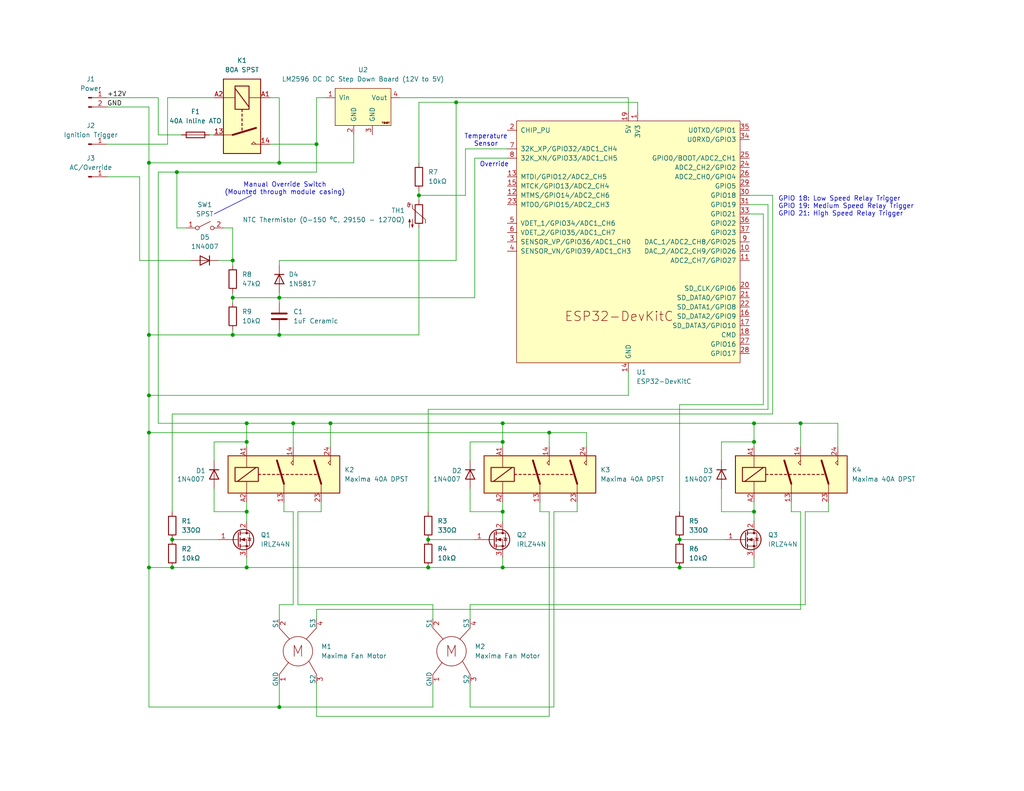
<source format=kicad_sch>
(kicad_sch (version 20231120) (generator "eeschema") (generator_version "8.0")
  (paper "USLetter")
  (title_block (title "Digital Fan Relay Controller for Staged Maxima Cooling Fans") (date "2025-06-18") (rev "1") (company "Copyright © 2025 Konstantin Zaremski - All Rights Reserved.") (comment 1 "Creative Commons Attribution 4.0 International License (CC BY 4.0).") (comment 2 "This schematic is licensed under the "))
  (lib_symbols
    (symbol "Connector:Conn_01x01_Pin" (pin_names (offset 1.016) hide)
      (property "Reference" "J" (at 0 2.54 0))
      (property "Value" "Conn_01x01_Pin" (at 0 -2.54 0))
      (symbol "Conn_01x01_Pin_1_1"
        (polyline (pts (xy 1.27 0) (xy 0.8636 0)) (stroke (width 0.1524)))
        (rectangle (start 0.8636 0.127) (end 0 -0.127) (stroke (width 0.1524)) (fill (type outline)))
        (pin passive line (at 5.08 0 180) (length 3.81) (name "Pin_1") (number "1"))
      )
    )
    (symbol "Connector:Conn_01x02_Pin" (pin_names (offset 1.016) hide)
      (property "Reference" "J" (at 0 2.54 0))
      (property "Value" "Conn_01x02_Pin" (at 0 -5.08 0))
      (symbol "Conn_01x02_Pin_1_1"
        (polyline (pts (xy 1.27 -2.54) (xy 0.8636 -2.54)) (stroke (width 0.1524)))
        (polyline (pts (xy 1.27 0) (xy 0.8636 0)) (stroke (width 0.1524)))
        (rectangle (start 0.8636 -2.413) (end 0 -2.667) (stroke (width 0.1524)) (fill (type outline)))
        (rectangle (start 0.8636 0.127) (end 0 -0.127) (stroke (width 0.1524)) (fill (type outline)))
        (pin passive line (at 5.08 0 180) (length 3.81) (name "Pin_1") (number "1"))
        (pin passive line (at 5.08 -2.54 180) (length 3.81) (name "Pin_2") (number "2"))
      )
    )
    (symbol "Device:C" (pin_numbers hide) (pin_names (offset 0.254))
      (property "Reference" "C" (at 0.635 2.54 0))
      (property "Value" "C" (at 0.635 -2.54 0))
      (symbol "C_0_1"
        (polyline (pts (xy -2.032 -0.762) (xy 2.032 -0.762)) (stroke (width 0.508)))
        (polyline (pts (xy -2.032 0.762) (xy 2.032 0.762)) (stroke (width 0.508)))
      )
      (symbol "C_1_1"
        (pin passive line (at 0 3.81 270) (length 2.794) (name "~") (number "1"))
        (pin passive line (at 0 -3.81 90) (length 2.794) (name "~") (number "2"))
      )
    )
    (symbol "Device:D" (pin_numbers hide) (pin_names (offset 1.016) hide)
      (property "Reference" "D" (at 0 2.54 0))
      (property "Value" "D" (at 0 -2.54 0))
      (symbol "D_0_1"
        (polyline (pts (xy -1.27 1.27) (xy -1.27 -1.27)) (stroke (width 0.254)))
        (polyline (pts (xy 1.27 0) (xy -1.27 0)))
        (polyline (pts (xy 1.27 1.27) (xy 1.27 -1.27) (xy -1.27 0) (xy 1.27 1.27)) (stroke (width 0.254)))
      )
      (symbol "D_1_1"
        (pin passive line (at -3.81 0 0) (length 2.54) (name "K") (number "1"))
        (pin passive line (at 3.81 0 180) (length 2.54) (name "A") (number "2"))
      )
    )
    (symbol "Device:Fuse" (pin_numbers hide) (pin_names (offset 0))
      (property "Reference" "F" (at 2.032 0 90))
      (property "Value" "Fuse" (at -1.905 0 90))
      (symbol "Fuse_0_1"
        (rectangle (start -0.762 -2.54) (end 0.762 2.54) (stroke (width 0.254)))
        (polyline (pts (xy 0 2.54) (xy 0 -2.54)))
      )
      (symbol "Fuse_1_1"
        (pin passive line (at 0 3.81 270) (length 1.27) (name "~") (number "1"))
        (pin passive line (at 0 -3.81 90) (length 1.27) (name "~") (number "2"))
      )
    )
    (symbol "Device:R" (pin_numbers hide) (pin_names (offset 0))
      (property "Reference" "R" (at 2.032 0 90))
      (property "Value" "R" (at 0 0 90))
      (symbol "R_0_1"
        (rectangle (start -1.016 -2.54) (end 1.016 2.54) (stroke (width 0.254)))
      )
      (symbol "R_1_1"
        (pin passive line (at 0 3.81 270) (length 1.27) (name "~") (number "1"))
        (pin passive line (at 0 -3.81 90) (length 1.27) (name "~") (number "2"))
      )
    )
    (symbol "Device:Thermistor_NTC" (pin_numbers hide) (pin_names (offset 0))
      (property "Reference" "TH" (at -4.445 0 90))
      (property "Value" "Thermistor_NTC" (at 3.175 0 90))
      (symbol "Thermistor_NTC_0_1"
        (arc (start -3.048 2.159) (mid -3.0495 2.3143) (end -3.175 2.413))
        (arc (start -3.048 2.159) (mid -2.9736 1.9794) (end -2.794 1.905))
        (arc (start -3.048 2.794) (mid -2.9736 2.6144) (end -2.794 2.54))
        (arc (start -2.794 1.905) (mid -2.6144 1.9794) (end -2.54 2.159))
        (arc (start -2.794 2.54) (mid -2.4393 2.5587) (end -2.159 2.794))
        (arc (start -2.794 3.048) (mid -2.9736 2.9736) (end -3.048 2.794))
        (arc (start -2.54 2.794) (mid -2.6144 2.9736) (end -2.794 3.048))
        (rectangle (start -1.016 2.54) (end 1.016 -2.54) (stroke (width 0.254)))
        (polyline (pts (xy -2.54 2.159) (xy -2.54 2.794)))
        (polyline (pts (xy -1.778 2.54) (xy -1.778 1.524) (xy 1.778 -1.524) (xy 1.778 -2.54)))
        (polyline (pts (xy -2.54 -3.683) (xy -2.54 -1.397) (xy -2.794 -2.159) (xy -2.286 -2.159) (xy -2.54 -1.397) (xy -2.54 -1.651)) (fill (type outline)))
        (polyline (pts (xy -1.778 -1.397) (xy -1.778 -3.683) (xy -2.032 -2.921) (xy -1.524 -2.921) (xy -1.778 -3.683) (xy -1.778 -3.429)) (fill (type outline)))
      )
      (symbol "Thermistor_NTC_1_1"
        (pin passive line (at 0 3.81 270) (length 1.27) (name "~") (number "1"))
        (pin passive line (at 0 -3.81 90) (length 1.27) (name "~") (number "2"))
      )
    )
    (symbol "Konstantin:YAAJ_DCDC_StepDown_LM2596" (pin_names (offset 1.016))
      (property "Reference" "U" (at -5.08 6.35 0))
      (property "Value" "YAAJ_DCDC_StepDown_LM2596" (at 0 11.43 0))
      (symbol "YAAJ_DCDC_StepDown_LM2596_0_1"
        (rectangle (start -7.62 5.08) (end 7.62 -5.08) (fill (type background)))
      )
      (symbol "YAAJ_DCDC_StepDown_LM2596_1_1"
        (text "Y@@V" (at 6.1976 -4.2672 0) (effects (font (size 0.508 0.508))))
        (pin power_in line (at -10.16 2.54 0) (length 2.54) (name "Vin") (number "1"))
        (pin power_in line (at -2.54 -7.62 90) (length 2.54) (name "GND") (number "2"))
        (pin power_in line (at 2.54 -7.62 90) (length 2.54) (name "GND") (number "3"))
        (pin power_out line (at 10.16 2.54 180) (length 2.54) (name "Vout") (number "4"))
      )
    )
    (symbol "Motor:Maxima_Fan_Motor" (pin_names (offset 0))
      (property "Reference" "M" (at 3.81 2.54 0))
      (property "Value" "Maxima_Fan_Motor" (at 3.81 -1.27 0))
      (symbol "Maxima_Fan_Motor_0_0"
        (circle (center 0 0) (radius 4.0161))
      )
      (symbol "Maxima_Fan_Motor_1_0"
        (polyline (pts (xy -5.08 -6.35) (xy -2.54 -3.048)))
        (polyline (pts (xy -5.08 6.35) (xy -2.286 3.302)))
        (polyline (pts (xy 5.08 -6.35) (xy 3.048 -2.794)))
        (polyline (pts (xy 5.08 6.35) (xy 2.286 3.302)))
        (text "M" (at 0 0 0) (effects (font (size 3 3))))
      )
      (symbol "Maxima_Fan_Motor_1_1"
        (pin output line (at -5.08 -8.89 90) (length 2.54) (name "GND") (number "1"))
        (pin input line (at -5.08 8.89 270) (length 2.54) (name "S1") (number "2"))
        (pin output line (at 5.08 -8.89 90) (length 2.54) (name "S2") (number "3"))
        (pin input line (at 5.08 8.89 270) (length 2.54) (name "S3") (number "4"))
      )
    )
    (symbol "PCM_Espressif:ESP32-DevKitC" (pin_names (offset 1.016))
      (property "Reference" "U" (at -30.48 38.1 0))
      (property "Value" "ESP32-DevKitC" (at -30.48 35.56 0))
      (symbol "ESP32-DevKitC_0_0"
        (text "ESP32-DevKitC" (at -2.54 -20.32 0) (effects (font (size 2.54 2.54))))
        (pin power_in line (at 0 -35.56 90) (length 2.54) (name "GND") (number "14"))
        (pin power_in line (at 0 35.56 270) (length 2.54) (name "5V") (number "19"))
      )
      (symbol "ESP32-DevKitC_0_1"
        (rectangle (start -30.48 33.02) (end 30.48 -33.02) (fill (type background)))
      )
      (symbol "ESP32-DevKitC_1_1"
        (pin power_in line (at 2.54 35.56 270) (length 2.54) (name "3V3") (number "1"))
        (pin bidirectional line (at 33.02 -2.54 180) (length 2.54) (name "DAC_2/ADC2_CH9/GPIO26") (number "10"))
        (pin bidirectional line (at 33.02 -5.08 180) (length 2.54) (name "ADC2_CH7/GPIO27") (number "11"))
        (pin bidirectional line (at -33.02 12.7 0) (length 2.54) (name "MTMS/GPIO14/ADC2_CH6") (number "12"))
        (pin bidirectional line (at -33.02 17.78 0) (length 2.54) (name "MTDI/GPIO12/ADC2_CH5") (number "13"))
        (pin bidirectional line (at -33.02 15.24 0) (length 2.54) (name "MTCK/GPIO13/ADC2_CH4") (number "15"))
        (pin bidirectional line (at 33.02 -20.32 180) (length 2.54) (name "SD_DATA2/GPIO9") (number "16"))
        (pin bidirectional line (at 33.02 -22.86 180) (length 2.54) (name "SD_DATA3/GPIO10") (number "17"))
        (pin bidirectional line (at 33.02 -25.4 180) (length 2.54) (name "CMD") (number "18"))
        (pin input line (at -33.02 30.48 0) (length 2.54) (name "CHIP_PU") (number "2"))
        (pin bidirectional line (at 33.02 -12.7 180) (length 2.54) (name "SD_CLK/GPIO6") (number "20"))
        (pin bidirectional line (at 33.02 -15.24 180) (length 2.54) (name "SD_DATA0/GPIO7") (number "21"))
        (pin bidirectional line (at 33.02 -17.78 180) (length 2.54) (name "SD_DATA1/GPIO8") (number "22"))
        (pin bidirectional line (at -33.02 10.16 0) (length 2.54) (name "MTDO/GPIO15/ADC2_CH3") (number "23"))
        (pin bidirectional line (at 33.02 20.32 180) (length 2.54) (name "ADC2_CH2/GPIO2") (number "24"))
        (pin bidirectional line (at 33.02 22.86 180) (length 2.54) (name "GPIO0/BOOT/ADC2_CH1") (number "25"))
        (pin bidirectional line (at 33.02 17.78 180) (length 2.54) (name "ADC2_CH0/GPIO4") (number "26"))
        (pin bidirectional line (at 33.02 -27.94 180) (length 2.54) (name "GPIO16") (number "27"))
        (pin bidirectional line (at 33.02 -30.48 180) (length 2.54) (name "GPIO17") (number "28"))
        (pin bidirectional line (at 33.02 15.24 180) (length 2.54) (name "GPIO5") (number "29"))
        (pin input line (at -33.02 0 0) (length 2.54) (name "SENSOR_VP/GPIO36/ADC1_CH0") (number "3"))
        (pin bidirectional line (at 33.02 12.7 180) (length 2.54) (name "GPIO18") (number "30"))
        (pin bidirectional line (at 33.02 10.16 180) (length 2.54) (name "GPIO19") (number "31"))
        (pin passive line (at 0 -35.56 90) (length 2.54) hide (name "GND") (number "32"))
        (pin bidirectional line (at 33.02 7.62 180) (length 2.54) (name "GPIO21") (number "33"))
        (pin bidirectional line (at 33.02 27.94 180) (length 2.54) (name "U0RXD/GPIO3") (number "34"))
        (pin bidirectional line (at 33.02 30.48 180) (length 2.54) (name "U0TXD/GPIO1") (number "35"))
        (pin bidirectional line (at 33.02 5.08 180) (length 2.54) (name "GPIO22") (number "36"))
        (pin bidirectional line (at 33.02 2.54 180) (length 2.54) (name "GPIO23") (number "37"))
        (pin passive line (at 0 -35.56 90) (length 2.54) hide (name "GND") (number "38"))
        (pin input line (at -33.02 -2.54 0) (length 2.54) (name "SENSOR_VN/GPIO39/ADC1_CH3") (number "4"))
        (pin input line (at -33.02 5.08 0) (length 2.54) (name "VDET_1/GPIO34/ADC1_CH6") (number "5"))
        (pin input line (at -33.02 2.54 0) (length 2.54) (name "VDET_2/GPIO35/ADC1_CH7") (number "6"))
        (pin bidirectional line (at -33.02 25.4 0) (length 2.54) (name "32K_XP/GPIO32/ADC1_CH4") (number "7"))
        (pin bidirectional line (at -33.02 22.86 0) (length 2.54) (name "32K_XN/GPIO33/ADC1_CH5") (number "8"))
        (pin bidirectional line (at 33.02 0 180) (length 2.54) (name "DAC_1/ADC2_CH8/GPIO25") (number "9"))
      )
    )
    (symbol "Relay:Relay_DPST-NO"
      (property "Reference" "K" (at 16.51 3.81 0))
      (property "Value" "Relay_DPST-NO" (at 16.51 1.27 0))
      (symbol "Relay_DPST-NO_0_1"
        (rectangle (start -15.24 5.08) (end 15.24 -5.08) (stroke (width 0.254)) (fill (type background)))
        (rectangle (start -13.335 1.905) (end -6.985 -1.905) (stroke (width 0.254)))
        (polyline (pts (xy -12.7 -1.905) (xy -7.62 1.905)) (stroke (width 0.254)))
        (polyline (pts (xy -10.16 -5.08) (xy -10.16 -1.905)))
        (polyline (pts (xy -10.16 5.08) (xy -10.16 1.905)))
        (polyline (pts (xy -6.985 0) (xy -6.35 0)) (stroke (width 0.254)))
        (polyline (pts (xy -5.715 0) (xy -5.08 0)) (stroke (width 0.254)))
        (polyline (pts (xy -4.445 0) (xy -3.81 0)) (stroke (width 0.254)))
        (polyline (pts (xy -3.175 0) (xy -2.54 0)) (stroke (width 0.254)))
        (polyline (pts (xy -1.905 0) (xy -1.27 0)) (stroke (width 0.254)))
        (polyline (pts (xy -0.635 0) (xy 0 0)) (stroke (width 0.254)))
        (polyline (pts (xy 0 -2.54) (xy -1.905 3.81)) (stroke (width 0.508)))
        (polyline (pts (xy 0 -2.54) (xy 0 -5.08)))
        (polyline (pts (xy 0.635 0) (xy 1.27 0)) (stroke (width 0.254)))
        (polyline (pts (xy 1.905 0) (xy 2.54 0)) (stroke (width 0.254)))
        (polyline (pts (xy 3.175 0) (xy 3.81 0)) (stroke (width 0.254)))
        (polyline (pts (xy 4.445 0) (xy 5.08 0)) (stroke (width 0.254)))
        (polyline (pts (xy 5.715 0) (xy 6.35 0)) (stroke (width 0.254)))
        (polyline (pts (xy 6.985 0) (xy 7.62 0)) (stroke (width 0.254)))
        (polyline (pts (xy 8.255 0) (xy 8.89 0)) (stroke (width 0.254)))
        (polyline (pts (xy 10.16 -2.54) (xy 8.255 3.81)) (stroke (width 0.508)))
        (polyline (pts (xy 10.16 -2.54) (xy 10.16 -5.08)))
        (polyline (pts (xy 2.54 5.08) (xy 2.54 2.54) (xy 1.905 3.175) (xy 2.54 3.81)))
        (polyline (pts (xy 12.7 5.08) (xy 12.7 2.54) (xy 12.065 3.175) (xy 12.7 3.81)))
      )
      (symbol "Relay_DPST-NO_1_1"
        (pin passive line (at 0 -7.62 90) (length 2.54) (name "~") (number "13"))
        (pin passive line (at 2.54 7.62 270) (length 2.54) (name "~") (number "14"))
        (pin passive line (at 10.16 -7.62 90) (length 2.54) (name "~") (number "23"))
        (pin passive line (at 12.7 7.62 270) (length 2.54) (name "~") (number "24"))
        (pin passive line (at -10.16 7.62 270) (length 2.54) (name "~") (number "A1"))
        (pin passive line (at -10.16 -7.62 90) (length 2.54) (name "~") (number "A2"))
      )
    )
    (symbol "Relay:Relay_SPST-NO"
      (property "Reference" "K" (at 11.43 3.81 0))
      (property "Value" "Relay_SPST-NO" (at 11.43 1.27 0))
      (symbol "Relay_SPST-NO_0_0"
        (polyline (pts (xy 7.62 5.08) (xy 7.62 2.54) (xy 6.985 3.175) (xy 7.62 3.81)))
      )
      (symbol "Relay_SPST-NO_0_1"
        (rectangle (start -10.16 5.08) (end 10.16 -5.08) (stroke (width 0.254)) (fill (type background)))
        (rectangle (start -8.255 1.905) (end -1.905 -1.905) (stroke (width 0.254)))
        (polyline (pts (xy -7.62 -1.905) (xy -2.54 1.905)) (stroke (width 0.254)))
        (polyline (pts (xy -5.08 -5.08) (xy -5.08 -1.905)))
        (polyline (pts (xy -5.08 5.08) (xy -5.08 1.905)))
        (polyline (pts (xy -1.905 0) (xy -1.27 0)) (stroke (width 0.254)))
        (polyline (pts (xy -0.635 0) (xy 0 0)) (stroke (width 0.254)))
        (polyline (pts (xy 0.635 0) (xy 1.27 0)) (stroke (width 0.254)))
        (polyline (pts (xy 1.905 0) (xy 2.54 0)) (stroke (width 0.254)))
        (polyline (pts (xy 3.175 0) (xy 3.81 0)) (stroke (width 0.254)))
        (polyline (pts (xy 5.08 -2.54) (xy 3.175 3.81)) (stroke (width 0.508)))
        (polyline (pts (xy 5.08 -2.54) (xy 5.08 -5.08)))
      )
      (symbol "Relay_SPST-NO_1_1"
        (pin passive line (at 5.08 -7.62 90) (length 2.54) (name "~") (number "13"))
        (pin passive line (at 7.62 7.62 270) (length 2.54) (name "~") (number "14"))
        (pin passive line (at -5.08 7.62 270) (length 2.54) (name "~") (number "A1"))
        (pin passive line (at -5.08 -7.62 90) (length 2.54) (name "~") (number "A2"))
      )
    )
    (symbol "Switch:SW_SPST" (pin_names (offset 0) hide)
      (property "Reference" "SW" (at 0 3.175 0))
      (property "Value" "SW_SPST" (at 0 -2.54 0))
      (symbol "SW_SPST_0_0"
        (circle (center -2.032 0) (radius 0.508))
        (polyline (pts (xy -1.524 0.254) (xy 1.524 1.778)))
        (circle (center 2.032 0) (radius 0.508))
      )
      (symbol "SW_SPST_1_1"
        (pin passive line (at -5.08 0 0) (length 2.54) (name "A") (number "1"))
        (pin passive line (at 5.08 0 180) (length 2.54) (name "B") (number "2"))
      )
    )
    (symbol "Transistor_FET:IRLZ44N" (pin_names hide)
      (property "Reference" "Q" (at 5.08 1.905 0))
      (property "Value" "IRLZ44N" (at 5.08 0 0))
      (symbol "IRLZ44N_0_1"
        (polyline (pts (xy 0.254 0) (xy -2.54 0)))
        (polyline (pts (xy 0.254 1.905) (xy 0.254 -1.905)) (stroke (width 0.254)))
        (polyline (pts (xy 0.762 -1.27) (xy 0.762 -2.286)) (stroke (width 0.254)))
        (polyline (pts (xy 0.762 0.508) (xy 0.762 -0.508)) (stroke (width 0.254)))
        (polyline (pts (xy 0.762 2.286) (xy 0.762 1.27)) (stroke (width 0.254)))
        (polyline (pts (xy 2.54 2.54) (xy 2.54 1.778)))
        (polyline (pts (xy 2.54 -2.54) (xy 2.54 0) (xy 0.762 0)))
        (polyline (pts (xy 0.762 -1.778) (xy 3.302 -1.778) (xy 3.302 1.778) (xy 0.762 1.778)))
        (polyline (pts (xy 1.016 0) (xy 2.032 0.381) (xy 2.032 -0.381) (xy 1.016 0)) (fill (type outline)))
        (polyline (pts (xy 2.794 0.508) (xy 2.921 0.381) (xy 3.683 0.381) (xy 3.81 0.254)))
        (polyline (pts (xy 3.302 0.381) (xy 2.921 -0.254) (xy 3.683 -0.254) (xy 3.302 0.381)))
        (circle (center 1.651 0) (radius 2.794) (stroke (width 0.254)))
        (circle (center 2.54 -1.778) (radius 0.254) (fill (type outline)))
        (circle (center 2.54 1.778) (radius 0.254) (fill (type outline)))
      )
      (symbol "IRLZ44N_1_1"
        (pin input line (at -5.08 0 0) (length 2.54) (name "G") (number "1"))
        (pin passive line (at 2.54 5.08 270) (length 2.54) (name "D") (number "2"))
        (pin passive line (at 2.54 -5.08 90) (length 2.54) (name "S") (number "3"))
      )
    )
  )
  (junction (at 116.84 147.32))
  (junction (at 40.64 118.11))
  (junction (at 67.31 115.57))
  (junction (at 149.86 118.11))
  (junction (at 218.44 115.57))
  (junction (at 114.3 53.34))
  (junction (at 40.64 44.45))
  (junction (at 116.84 154.94))
  (junction (at 67.31 120.65))
  (junction (at 63.5 81.28))
  (junction (at 205.74 139.7))
  (junction (at 46.99 147.32))
  (junction (at 67.31 154.94))
  (junction (at 76.2 91.44))
  (junction (at 137.16 154.94))
  (junction (at 86.36 39.37))
  (junction (at 63.5 91.44))
  (junction (at 185.42 154.94))
  (junction (at 80.01 115.57))
  (junction (at 205.74 120.65))
  (junction (at 185.42 147.32))
  (junction (at 63.5 71.12))
  (junction (at 46.99 154.94))
  (junction (at 137.16 139.7))
  (junction (at 76.2 44.45))
  (junction (at 90.17 115.57))
  (junction (at 205.74 115.57))
  (junction (at 67.31 139.7))
  (junction (at 76.2 193.04))
  (junction (at 124.46 27.94))
  (junction (at 137.16 115.57))
  (junction (at 40.64 91.44))
  (junction (at 48.26 46.99))
  (junction (at 76.2 81.28))
  (junction (at 40.64 154.94))
  (junction (at 40.64 107.95))
  (junction (at 137.16 120.65))
  (wire (pts (xy 173.99 30.48) (xy 173.99 27.94)))
  (wire (pts (xy 87.63 137.16) (xy 87.63 139.7)))
  (wire (pts (xy 205.74 115.57) (xy 218.44 115.57)))
  (wire (pts (xy 29.21 39.37) (xy 45.72 39.37)))
  (wire (pts (xy 88.9 26.67) (xy 86.36 26.67)))
  (wire (pts (xy 76.2 90.17) (xy 76.2 91.44)))
  (wire (pts (xy 210.82 53.34) (xy 210.82 113.03)))
  (wire (pts (xy 128.27 193.04) (xy 151.13 193.04)))
  (wire (pts (xy 128.27 139.7) (xy 137.16 139.7)))
  (wire (pts (xy 114.3 91.44) (xy 76.2 91.44)))
  (wire (pts (xy 63.5 91.44) (xy 40.64 91.44)))
  (wire (pts (xy 80.01 115.57) (xy 80.01 121.92)))
  (wire (pts (xy 218.44 115.57) (xy 218.44 121.92)))
  (wire (pts (xy 86.36 195.58) (xy 86.36 186.69)))
  (wire (pts (xy 215.9 139.7) (xy 218.44 139.7)))
  (wire (pts (xy 58.42 120.65) (xy 58.42 125.73)))
  (wire (pts (xy 86.36 168.91) (xy 86.36 166.37)))
  (wire (pts (xy 116.84 111.76) (xy 209.55 111.76)))
  (wire (pts (xy 185.42 110.49) (xy 208.28 110.49)))
  (wire (pts (xy 116.84 154.94) (xy 137.16 154.94)))
  (wire (pts (xy 151.13 193.04) (xy 151.13 139.7)))
  (wire (pts (xy 63.5 81.28) (xy 63.5 82.55)))
  (wire (pts (xy 171.45 30.48) (xy 171.45 26.67)))
  (wire (pts (xy 63.5 81.28) (xy 76.2 81.28)))
  (wire (pts (xy 147.32 139.7) (xy 149.86 139.7)))
  (wire (pts (xy 226.06 137.16) (xy 226.06 139.7)))
  (wire (pts (xy 218.44 139.7) (xy 218.44 166.37)))
  (wire (pts (xy 43.18 115.57) (xy 67.31 115.57)))
  (wire (pts (xy 29.21 48.26) (xy 38.1 48.26)))
  (wire (pts (xy 228.6 115.57) (xy 228.6 121.92)))
  (wire (pts (xy 73.66 26.67) (xy 76.2 26.67)))
  (wire (pts (xy 46.99 113.03) (xy 210.82 113.03)))
  (wire (pts (xy 208.28 58.42) (xy 208.28 110.49)))
  (wire (pts (xy 149.86 118.11) (xy 149.86 121.92)))
  (wire (pts (xy 63.5 62.23) (xy 63.5 71.12)))
  (wire (pts (xy 185.42 110.49) (xy 185.42 139.7)))
  (wire (pts (xy 81.28 139.7) (xy 81.28 165.1)))
  (wire (pts (xy 157.48 139.7) (xy 151.13 139.7)))
  (wire (pts (xy 205.74 120.65) (xy 205.74 121.92)))
  (wire (pts (xy 58.42 139.7) (xy 67.31 139.7)))
  (wire (pts (xy 67.31 115.57) (xy 80.01 115.57)))
  (wire (pts (xy 114.3 27.94) (xy 114.3 44.45)))
  (wire (pts (xy 63.5 80.01) (xy 63.5 81.28)))
  (wire (pts (xy 204.47 55.88) (xy 209.55 55.88)))
  (wire (pts (xy 128.27 120.65) (xy 128.27 125.73)))
  (wire (pts (xy 29.21 26.67) (xy 43.18 26.67)))
  (wire (pts (xy 137.16 115.57) (xy 205.74 115.57)))
  (wire (pts (xy 137.16 120.65) (xy 137.16 121.92)))
  (wire (pts (xy 128.27 165.1) (xy 128.27 168.91)))
  (wire (pts (xy 67.31 139.7) (xy 67.31 142.24)))
  (wire (pts (xy 218.44 115.57) (xy 228.6 115.57)))
  (wire (pts (xy 149.86 139.7) (xy 149.86 195.58)))
  (wire (pts (xy 60.96 62.23) (xy 63.5 62.23)))
  (wire (pts (xy 81.28 165.1) (xy 118.11 165.1)))
  (wire (pts (xy 205.74 139.7) (xy 205.74 137.16)))
  (wire (pts (xy 137.16 139.7) (xy 137.16 142.24)))
  (wire (pts (xy 171.45 101.6) (xy 171.45 107.95)))
  (wire (pts (xy 90.17 115.57) (xy 137.16 115.57)))
  (wire (pts (xy 40.64 193.04) (xy 76.2 193.04)))
  (wire (pts (xy 77.47 137.16) (xy 77.47 139.7)))
  (wire (pts (xy 128.27 133.35) (xy 128.27 139.7)))
  (wire (pts (xy 40.64 29.21) (xy 40.64 44.45)))
  (wire (pts (xy 185.42 154.94) (xy 205.74 154.94)))
  (wire (pts (xy 38.1 48.26) (xy 38.1 71.12)))
  (wire (pts (xy 196.85 120.65) (xy 205.74 120.65)))
  (wire (pts (xy 127 40.64) (xy 127 53.34)))
  (wire (pts (xy 76.2 72.39) (xy 76.2 71.12)))
  (wire (pts (xy 29.21 29.21) (xy 40.64 29.21)))
  (wire (pts (xy 138.43 40.64) (xy 127 40.64)))
  (wire (pts (xy 45.72 26.67) (xy 58.42 26.67)))
  (wire (pts (xy 63.5 90.17) (xy 63.5 91.44)))
  (wire (pts (xy 219.71 165.1) (xy 128.27 165.1)))
  (wire (pts (xy 128.27 186.69) (xy 128.27 193.04)))
  (wire (pts (xy 86.36 166.37) (xy 218.44 166.37)))
  (wire (pts (xy 76.2 165.1) (xy 76.2 168.91)))
  (wire (pts (xy 124.46 27.94) (xy 124.46 71.12)))
  (wire (pts (xy 80.01 165.1) (xy 76.2 165.1)))
  (wire (pts (xy 48.26 46.99) (xy 43.18 46.99)))
  (wire (pts (xy 76.2 80.01) (xy 76.2 81.28)))
  (wire (pts (xy 205.74 152.4) (xy 205.74 154.94)))
  (wire (pts (xy 76.2 193.04) (xy 76.2 186.69)))
  (wire (pts (xy 149.86 118.11) (xy 160.02 118.11)))
  (wire (pts (xy 40.64 91.44) (xy 40.64 107.95)))
  (wire (pts (xy 196.85 133.35) (xy 196.85 139.7)))
  (wire (pts (xy 149.86 195.58) (xy 86.36 195.58)))
  (wire (pts (xy 96.52 36.83) (xy 96.52 44.45)))
  (wire (pts (xy 63.5 71.12) (xy 63.5 72.39)))
  (wire (pts (xy 127 53.34) (xy 114.3 53.34)))
  (wire (pts (xy 90.17 115.57) (xy 90.17 121.92)))
  (wire (pts (xy 86.36 39.37) (xy 86.36 46.99)))
  (polyline (pts (xy 58.42 58.42) (xy 68.58 53.34)) (stroke (width 0) (type solid)))
  (wire (pts (xy 76.2 81.28) (xy 129.54 81.28)))
  (wire (pts (xy 67.31 154.94) (xy 116.84 154.94)))
  (wire (pts (xy 124.46 27.94) (xy 114.3 27.94)))
  (wire (pts (xy 40.64 154.94) (xy 40.64 193.04)))
  (wire (pts (xy 40.64 118.11) (xy 149.86 118.11)))
  (wire (pts (xy 76.2 193.04) (xy 118.11 193.04)))
  (wire (pts (xy 128.27 120.65) (xy 137.16 120.65)))
  (wire (pts (xy 205.74 139.7) (xy 205.74 142.24)))
  (wire (pts (xy 76.2 81.28) (xy 76.2 82.55)))
  (wire (pts (xy 157.48 137.16) (xy 157.48 139.7)))
  (wire (pts (xy 114.3 62.23) (xy 114.3 91.44)))
  (wire (pts (xy 129.54 81.28) (xy 129.54 43.18)))
  (wire (pts (xy 209.55 55.88) (xy 209.55 111.76)))
  (wire (pts (xy 215.9 137.16) (xy 215.9 139.7)))
  (wire (pts (xy 48.26 46.99) (xy 48.26 62.23)))
  (wire (pts (xy 76.2 44.45) (xy 96.52 44.45)))
  (wire (pts (xy 147.32 137.16) (xy 147.32 139.7)))
  (wire (pts (xy 43.18 36.83) (xy 49.53 36.83)))
  (wire (pts (xy 87.63 139.7) (xy 81.28 139.7)))
  (wire (pts (xy 137.16 115.57) (xy 137.16 120.65)))
  (wire (pts (xy 43.18 46.99) (xy 43.18 115.57)))
  (wire (pts (xy 86.36 26.67) (xy 86.36 39.37)))
  (wire (pts (xy 118.11 186.69) (xy 118.11 193.04)))
  (wire (pts (xy 204.47 53.34) (xy 210.82 53.34)))
  (wire (pts (xy 40.64 154.94) (xy 46.99 154.94)))
  (wire (pts (xy 205.74 115.57) (xy 205.74 120.65)))
  (wire (pts (xy 114.3 53.34) (xy 114.3 54.61)))
  (wire (pts (xy 40.64 107.95) (xy 40.64 118.11)))
  (wire (pts (xy 58.42 133.35) (xy 58.42 139.7)))
  (wire (pts (xy 45.72 39.37) (xy 45.72 26.67)))
  (wire (pts (xy 76.2 91.44) (xy 63.5 91.44)))
  (wire (pts (xy 67.31 115.57) (xy 67.31 120.65)))
  (wire (pts (xy 57.15 36.83) (xy 58.42 36.83)))
  (wire (pts (xy 185.42 147.32) (xy 198.12 147.32)))
  (wire (pts (xy 77.47 139.7) (xy 80.01 139.7)))
  (wire (pts (xy 160.02 118.11) (xy 160.02 121.92)))
  (wire (pts (xy 226.06 139.7) (xy 219.71 139.7)))
  (wire (pts (xy 171.45 26.67) (xy 109.22 26.67)))
  (wire (pts (xy 76.2 71.12) (xy 124.46 71.12)))
  (wire (pts (xy 173.99 27.94) (xy 124.46 27.94)))
  (wire (pts (xy 118.11 165.1) (xy 118.11 168.91)))
  (wire (pts (xy 219.71 139.7) (xy 219.71 165.1)))
  (wire (pts (xy 46.99 113.03) (xy 46.99 139.7)))
  (wire (pts (xy 137.16 139.7) (xy 137.16 137.16)))
  (wire (pts (xy 43.18 26.67) (xy 43.18 36.83)))
  (wire (pts (xy 46.99 154.94) (xy 67.31 154.94)))
  (wire (pts (xy 129.54 43.18) (xy 138.43 43.18)))
  (wire (pts (xy 40.64 44.45) (xy 76.2 44.45)))
  (wire (pts (xy 116.84 147.32) (xy 129.54 147.32)))
  (wire (pts (xy 58.42 120.65) (xy 67.31 120.65)))
  (wire (pts (xy 80.01 115.57) (xy 90.17 115.57)))
  (wire (pts (xy 116.84 111.76) (xy 116.84 139.7)))
  (wire (pts (xy 80.01 139.7) (xy 80.01 165.1)))
  (wire (pts (xy 50.8 62.23) (xy 48.26 62.23)))
  (wire (pts (xy 67.31 120.65) (xy 67.31 121.92)))
  (wire (pts (xy 46.99 147.32) (xy 59.69 147.32)))
  (wire (pts (xy 196.85 120.65) (xy 196.85 125.73)))
  (wire (pts (xy 114.3 53.34) (xy 114.3 52.07)))
  (wire (pts (xy 196.85 139.7) (xy 205.74 139.7)))
  (wire (pts (xy 137.16 154.94) (xy 185.42 154.94)))
  (wire (pts (xy 40.64 107.95) (xy 171.45 107.95)))
  (wire (pts (xy 59.69 71.12) (xy 63.5 71.12)))
  (wire (pts (xy 40.64 118.11) (xy 40.64 154.94)))
  (wire (pts (xy 137.16 152.4) (xy 137.16 154.94)))
  (wire (pts (xy 86.36 46.99) (xy 48.26 46.99)))
  (wire (pts (xy 204.47 58.42) (xy 208.28 58.42)))
  (wire (pts (xy 67.31 139.7) (xy 67.31 137.16)))
  (wire (pts (xy 38.1 71.12) (xy 52.07 71.12)))
  (wire (pts (xy 67.31 152.4) (xy 67.31 154.94)))
  (wire (pts (xy 40.64 44.45) (xy 40.64 91.44)))
  (wire (pts (xy 73.66 39.37) (xy 86.36 39.37)))
  (wire (pts (xy 76.2 26.67) (xy 76.2 44.45)))
  (text "GPIO 18: Low Speed Relay Trigger\nGPIO 19: Medium Speed Relay Trigger\nGPIO 21: High Speed Relay Trigger" (at 212.344 56.388 0) (effects (font (size 1.27 1.27)) (justify left)))
  (text "Manual Override Switch\n(Mounted through module casing)" (at 77.724 51.562 0) (effects (font (size 1.27 1.27))))
  (text "Temperature\nSensor" (at 132.588 38.354 0) (effects (font (size 1.27 1.27))))
  (text "Override" (at 134.874 44.958 0) (effects (font (size 1.27 1.27))))
  (label "+12V" (at 29.21 26.67 0))
  (label "GND" (at 29.21 29.21 0))
  (symbol (lib_id "Device:R") (at 185.42 151.13 0) (unit 1)
    (property "Reference" "R6" (at 187.96 149.8599 0) (effects (justify left)))
    (property "Value" "10kΩ" (at 187.96 152.3999 0) (effects (justify left)))
    (property "Description" "Resistor" (effects (hide yes)))
  )
  (symbol (lib_id "Device:Fuse") (at 53.34 36.83 90) (unit 1)
    (property "Reference" "F1" (at 53.34 30.48 90))
    (property "Value" "40A Inline ATO" (at 53.34 33.02 90))
    (property "Description" "Fuse" (effects (hide yes)))
  )
  (symbol (lib_id "Device:R") (at 114.3 48.26 0) (unit 1)
    (property "Reference" "R7" (at 116.84 46.9899 0) (effects (justify left)))
    (property "Value" "10kΩ" (at 116.84 49.5299 0) (effects (justify left)))
    (property "Description" "Resistor" (effects (hide yes)))
  )
  (symbol (lib_id "Device:Thermistor_NTC") (at 114.3 58.42 0) (unit 1)
    (property "Reference" "TH1" (at 110.49 57.4674 0) (effects (justify right)))
    (property "Value" "NTC Thermistor (0-150 ºC, 29150 - 1270Ω)" (at 110.49 60.0074 0) (effects (justify right)))
    (property "Description" "Temperature dependent resistor, negative temperature coefficient" (effects (hide yes)))
  )
  (symbol (lib_id "Device:D") (at 76.2 76.2 270) (unit 1)
    (property "Reference" "D4" (at 78.74 74.9299 90) (effects (justify left)))
    (property "Value" "1N5817" (at 78.74 77.4699 90) (effects (justify left)))
    (property "Description" "Diode" (effects (hide yes)))
    (property "Sim.Device" "D" (effects (hide yes)))
    (property "Sim.Pins" "1=K 2=A" (effects (hide yes)))
  )
  (symbol (lib_id "Device:R") (at 63.5 76.2 0) (unit 1)
    (property "Reference" "R8" (at 66.04 74.9299 0) (effects (justify left)))
    (property "Value" "47kΩ" (at 66.04 77.4699 0) (effects (justify left)))
    (property "Description" "Resistor" (effects (hide yes)))
  )
  (symbol (lib_id "Transistor_FET:IRLZ44N") (at 134.62 147.32 0) (unit 1)
    (property "Reference" "Q2" (at 140.97 146.0499 0) (effects (justify left)))
    (property "Value" "IRLZ44N" (at 140.97 148.5899 0) (effects (justify left)))
    (property "Footprint" "Package_TO_SOT_THT:TO-220-3_Vertical" (effects (hide yes)))
    (property "Datasheet" "http://www.irf.com/product-info/datasheets/data/irlz44n.pdf" (effects (hide yes)))
    (property "Description" "47A Id, 55V Vds, 22mOhm Rds Single N-Channel HEXFET Power MOSFET, TO-220AB" (effects (hide yes)))
  )
  (symbol (lib_id "Device:C") (at 76.2 86.36 0) (unit 1)
    (property "Reference" "C1" (at 80.01 85.0899 0) (effects (justify left)))
    (property "Value" "1uF Ceramic" (at 80.01 87.6299 0) (effects (justify left)))
    (property "Description" "Unpolarized capacitor" (effects (hide yes)))
  )
  (symbol (lib_id "Device:R") (at 116.84 151.13 0) (unit 1)
    (property "Reference" "R4" (at 119.38 149.8599 0) (effects (justify left)))
    (property "Value" "10kΩ" (at 119.38 152.3999 0) (effects (justify left)))
    (property "Description" "Resistor" (effects (hide yes)))
  )
  (symbol (lib_id "PCM_Espressif:ESP32-DevKitC") (at 171.45 66.04 0) (unit 1)
    (property "Reference" "U1" (at 173.6441 101.6 0) (effects (justify left)))
    (property "Value" "ESP32-DevKitC" (at 173.6441 104.14 0) (effects (justify left)))
    (property "Footprint" "RF_Module:ESP32-WROOM-32D" (effects (hide yes)))
    (property "Datasheet" "https://docs.espressif.com/projects/esp-idf/zh_CN/latest/esp32/hw-reference/esp32/get-started-devkitc.html" (effects (hide yes)))
    (property "Description" "Development Kit" (effects (hide yes)))
  )
  (symbol (lib_id "Motor:Maxima_Fan_Motor") (at 81.28 177.8 0) (unit 1)
    (property "Reference" "M1" (at 87.63 176.5299 0) (effects (justify left)))
    (property "Value" "Maxima Fan Motor" (at 87.63 179.0699 0) (effects (justify left)))
  )
  (symbol (lib_id "Connector:Conn_01x02_Pin") (at 24.13 26.67 0) (unit 1)
    (property "Reference" "J1" (at 24.765 21.59 0))
    (property "Value" "Power" (at 24.765 24.13 0))
    (property "Description" "Generic connector, single row, 01x02, script generated" (effects (hide yes)))
  )
  (symbol (lib_id "Device:R") (at 63.5 86.36 0) (unit 1)
    (property "Reference" "R9" (at 66.04 85.0899 0) (effects (justify left)))
    (property "Value" "10kΩ" (at 66.04 87.6299 0) (effects (justify left)))
    (property "Description" "Resistor" (effects (hide yes)))
  )
  (symbol (lib_id "Relay:Relay_DPST-NO") (at 147.32 129.54 0) (unit 1)
    (property "Reference" "K3" (at 163.83 128.2699 0) (effects (justify left)))
    (property "Value" "Maxima 40A DPST" (at 163.83 130.8099 0) (effects (justify left)))
    (property "Description" "Relay DPST, monostable, normally open, EN50005" (effects (hide yes)))
  )
  (symbol (lib_id "Device:D") (at 128.27 129.54 270) (unit 1)
    (property "Reference" "D2" (at 125.984 128.524 90) (effects (justify right)))
    (property "Value" "1N4007" (at 125.73 130.81 90) (effects (justify right)))
    (property "Description" "Diode" (effects (hide yes)))
    (property "Sim.Device" "D" (effects (hide yes)))
    (property "Sim.Pins" "1=K 2=A" (effects (hide yes)))
  )
  (symbol (lib_id "Transistor_FET:IRLZ44N") (at 203.2 147.32 0) (unit 1)
    (property "Reference" "Q3" (at 209.55 146.0499 0) (effects (justify left)))
    (property "Value" "IRLZ44N" (at 209.55 148.5899 0) (effects (justify left)))
    (property "Footprint" "Package_TO_SOT_THT:TO-220-3_Vertical" (effects (hide yes)))
    (property "Datasheet" "http://www.irf.com/product-info/datasheets/data/irlz44n.pdf" (effects (hide yes)))
    (property "Description" "47A Id, 55V Vds, 22mOhm Rds Single N-Channel HEXFET Power MOSFET, TO-220AB" (effects (hide yes)))
  )
  (symbol (lib_id "Switch:SW_SPST") (at 55.88 62.23 0) (unit 1)
    (property "Reference" "SW1" (at 55.88 55.88 0))
    (property "Value" "SPST" (at 55.88 58.42 0))
    (property "Description" "Single Pole Single Throw (SPST) switch" (effects (hide yes)))
  )
  (symbol (lib_id "Device:D") (at 55.88 71.12 180) (unit 1)
    (property "Reference" "D5" (at 55.88 64.77 0))
    (property "Value" "1N4007" (at 55.88 67.31 0))
    (property "Description" "Diode" (effects (hide yes)))
    (property "Sim.Device" "D" (effects (hide yes)))
    (property "Sim.Pins" "1=K 2=A" (effects (hide yes)))
  )
  (symbol (lib_id "Relay:Relay_DPST-NO") (at 77.47 129.54 0) (unit 1)
    (property "Reference" "K2" (at 93.98 128.2699 0) (effects (justify left)))
    (property "Value" "Maxima 40A DPST" (at 93.98 130.8099 0) (effects (justify left)))
    (property "Description" "Relay DPST, monostable, normally open, EN50005" (effects (hide yes)))
  )
  (symbol (lib_id "Motor:Maxima_Fan_Motor") (at 123.19 177.8 0) (unit 1)
    (property "Reference" "M2" (at 129.54 176.5299 0) (effects (justify left)))
    (property "Value" "Maxima Fan Motor" (at 129.54 179.0699 0) (effects (justify left)))
  )
  (symbol (lib_id "Transistor_FET:IRLZ44N") (at 64.77 147.32 0) (unit 1)
    (property "Reference" "Q1" (at 71.12 146.0499 0) (effects (justify left)))
    (property "Value" "IRLZ44N" (at 71.12 148.5899 0) (effects (justify left)))
    (property "Footprint" "Package_TO_SOT_THT:TO-220-3_Vertical" (effects (hide yes)))
    (property "Datasheet" "http://www.irf.com/product-info/datasheets/data/irlz44n.pdf" (effects (hide yes)))
    (property "Description" "47A Id, 55V Vds, 22mOhm Rds Single N-Channel HEXFET Power MOSFET, TO-220AB" (effects (hide yes)))
  )
  (symbol (lib_id "Konstantin:YAAJ_DCDC_StepDown_LM2596") (at 99.06 29.21 0) (unit 1)
    (property "Reference" "U2" (at 99.06 19.05 0))
    (property "Value" "LM2596 DC DC Step Down Board (12V to 5V)" (at 99.06 21.59 0))
    (property "Description" "module : adjustable step down module 3.2V-40V to 1.25V-35V 3A" (effects (hide yes)))
  )
  (symbol (lib_id "Device:R") (at 46.99 151.13 0) (unit 1)
    (property "Reference" "R2" (at 49.53 149.8599 0) (effects (justify left)))
    (property "Value" "10kΩ" (at 49.53 152.3999 0) (effects (justify left)))
    (property "Description" "Resistor" (effects (hide yes)))
  )
  (symbol (lib_id "Device:R") (at 46.99 143.51 0) (unit 1)
    (property "Reference" "R1" (at 49.53 142.2399 0) (effects (justify left)))
    (property "Value" "330Ω" (at 49.53 144.7799 0) (effects (justify left)))
    (property "Description" "Resistor" (effects (hide yes)))
  )
  (symbol (lib_id "Relay:Relay_SPST-NO") (at 66.04 31.75 270) (unit 1)
    (property "Reference" "K1" (at 66.04 16.51 90))
    (property "Value" "80A SPST" (at 66.04 19.05 90))
    (property "Description" "Relay SPST, normally open, EN50005" (effects (hide yes)))
  )
  (symbol (lib_id "Relay:Relay_DPST-NO") (at 215.9 129.54 0) (unit 1)
    (property "Reference" "K4" (at 232.41 128.2699 0) (effects (justify left)))
    (property "Value" "Maxima 40A DPST" (at 232.41 130.8099 0) (effects (justify left)))
    (property "Description" "Relay DPST, monostable, normally open, EN50005" (effects (hide yes)))
  )
  (symbol (lib_id "Device:R") (at 185.42 143.51 0) (unit 1)
    (property "Reference" "R5" (at 187.96 142.2399 0) (effects (justify left)))
    (property "Value" "330Ω" (at 187.96 144.7799 0) (effects (justify left)))
    (property "Description" "Resistor" (effects (hide yes)))
  )
  (symbol (lib_id "Connector:Conn_01x01_Pin") (at 24.13 39.37 0) (unit 1)
    (property "Reference" "J2" (at 24.765 34.29 0))
    (property "Value" "Ignition Trigger" (at 24.765 36.83 0))
    (property "Description" "Generic connector, single row, 01x01, script generated" (effects (hide yes)))
  )
  (symbol (lib_id "Device:D") (at 58.42 129.54 270) (unit 1)
    (property "Reference" "D1" (at 56.134 128.524 90) (effects (justify right)))
    (property "Value" "1N4007" (at 55.88 130.81 90) (effects (justify right)))
    (property "Description" "Diode" (effects (hide yes)))
    (property "Sim.Device" "D" (effects (hide yes)))
    (property "Sim.Pins" "1=K 2=A" (effects (hide yes)))
  )
  (symbol (lib_id "Device:R") (at 116.84 143.51 0) (unit 1)
    (property "Reference" "R3" (at 119.38 142.2399 0) (effects (justify left)))
    (property "Value" "330Ω" (at 119.38 144.7799 0) (effects (justify left)))
    (property "Description" "Resistor" (effects (hide yes)))
  )
  (symbol (lib_id "Device:D") (at 196.85 129.54 270) (unit 1)
    (property "Reference" "D3" (at 194.564 128.524 90) (effects (justify right)))
    (property "Value" "1N4007" (at 194.31 130.81 90) (effects (justify right)))
    (property "Description" "Diode" (effects (hide yes)))
    (property "Sim.Device" "D" (effects (hide yes)))
    (property "Sim.Pins" "1=K 2=A" (effects (hide yes)))
  )
  (symbol (lib_id "Connector:Conn_01x01_Pin") (at 24.13 48.26 0) (unit 1)
    (property "Reference" "J3" (at 24.765 43.18 0))
    (property "Value" "AC/Override" (at 24.765 45.72 0))
    (property "Description" "Generic connector, single row, 01x01, script generated" (effects (hide yes)))
  )
)
</source>
